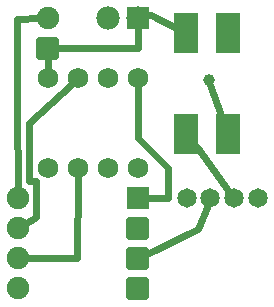
<source format=gtl>
G04 MADE WITH FRITZING*
G04 WWW.FRITZING.ORG*
G04 DOUBLE SIDED*
G04 HOLES PLATED*
G04 CONTOUR ON CENTER OF CONTOUR VECTOR*
%ASAXBY*%
%FSLAX23Y23*%
%MOIN*%
%OFA0B0*%
%SFA1.0B1.0*%
%ADD10C,0.075000*%
%ADD11C,0.065000*%
%ADD12C,0.078000*%
%ADD13C,0.068000*%
%ADD14C,0.039370*%
%ADD15R,0.075000X0.075000*%
%ADD16R,0.078740X0.137795*%
%ADD17R,0.078000X0.078000*%
%ADD18C,0.024000*%
%ADD19C,0.020000*%
%LNCOPPER1*%
G90*
G70*
G54D10*
X155Y850D03*
X155Y950D03*
G54D11*
X618Y350D03*
X697Y350D03*
X776Y350D03*
X855Y350D03*
G54D10*
X455Y350D03*
X55Y350D03*
X455Y250D03*
X55Y250D03*
X455Y50D03*
X55Y50D03*
X455Y150D03*
X55Y150D03*
G54D12*
X455Y950D03*
X355Y950D03*
G54D13*
X455Y750D03*
X355Y750D03*
X255Y750D03*
X155Y750D03*
X155Y450D03*
X255Y450D03*
X355Y450D03*
X455Y450D03*
X455Y750D03*
X355Y750D03*
X255Y750D03*
X155Y750D03*
X155Y450D03*
X255Y450D03*
X355Y450D03*
X455Y450D03*
G54D14*
X691Y745D03*
G54D15*
X455Y350D03*
G54D16*
X617Y566D03*
X755Y566D03*
X755Y900D03*
X617Y900D03*
G54D17*
X455Y950D03*
G54D18*
X455Y920D02*
X456Y850D01*
D02*
X456Y850D02*
X353Y850D01*
D02*
X254Y850D02*
X183Y850D01*
D02*
X353Y850D02*
X254Y850D01*
D02*
X483Y351D02*
X555Y351D01*
D02*
X555Y351D02*
X555Y451D01*
D02*
X456Y551D02*
X455Y723D01*
D02*
X555Y451D02*
X456Y551D01*
D02*
X688Y329D02*
X655Y249D01*
D02*
X655Y249D02*
X480Y163D01*
D02*
X79Y266D02*
X115Y289D01*
D02*
X115Y289D02*
X115Y409D01*
D02*
X115Y409D02*
X91Y409D01*
D02*
X91Y409D02*
X91Y601D01*
D02*
X91Y601D02*
X235Y732D01*
D02*
X83Y150D02*
X254Y150D01*
D02*
X254Y150D02*
X255Y423D01*
D02*
X697Y727D02*
X732Y629D01*
D02*
X55Y379D02*
X54Y650D01*
D02*
X54Y650D02*
X54Y949D01*
D02*
X54Y949D02*
X126Y950D01*
D02*
X155Y777D02*
X155Y801D01*
D02*
X155Y801D02*
X155Y822D01*
D02*
X583Y918D02*
X499Y961D01*
D02*
X499Y961D02*
X484Y958D01*
D02*
X762Y369D02*
X651Y520D01*
G54D19*
X127Y878D02*
X182Y878D01*
X182Y823D01*
X127Y823D01*
X127Y878D01*
D02*
X427Y223D02*
X427Y278D01*
X482Y278D01*
X482Y223D01*
X427Y223D01*
D02*
X427Y23D02*
X427Y78D01*
X482Y78D01*
X482Y23D01*
X427Y23D01*
D02*
X427Y123D02*
X427Y178D01*
X482Y178D01*
X482Y123D01*
X427Y123D01*
D02*
G04 End of Copper1*
M02*
</source>
